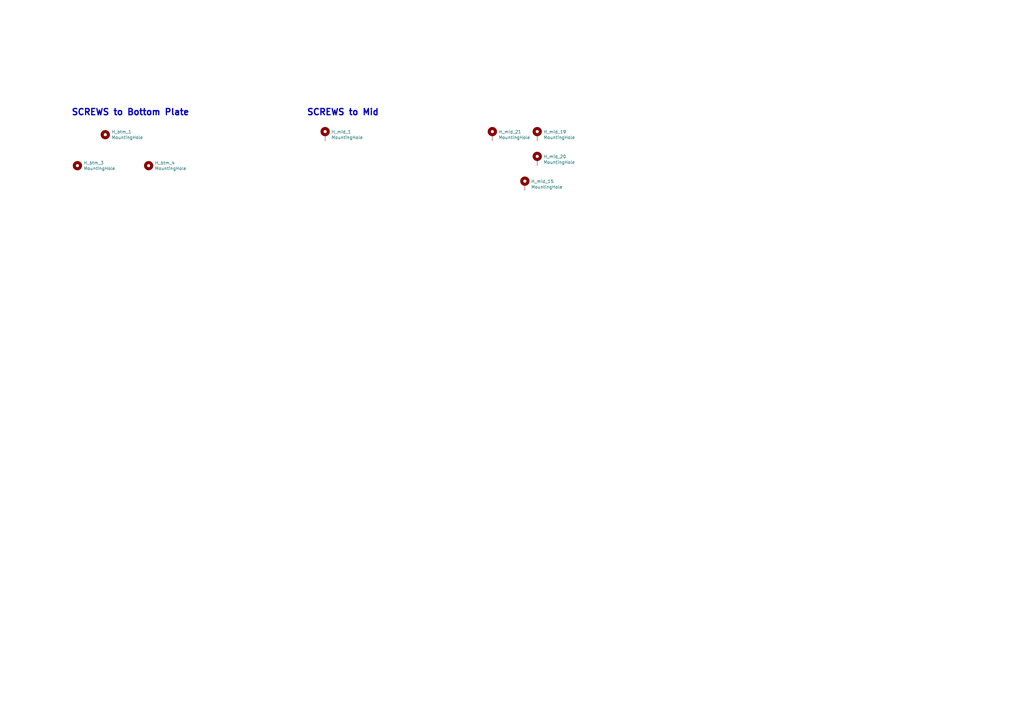
<source format=kicad_sch>
(kicad_sch (version 20231120) (generator "eeschema") (generator_version "8.0")
  (paper "A3")
  (title_block (title "Sandy") (date "2023-01-04") (rev "v.0") (company "@jpskenn"))
  (lib_symbols
    (symbol "Mechanical:MountingHole" (pin_names (offset 1.016))
      (property "Reference" "H" (at 0 5.08 0))
      (property "Value" "MountingHole" (at 0 3.175 0))
      (symbol "MountingHole_0_1"
        (circle (center 0 0) (radius 1.27) (stroke (width 1.27)))
      )
    )
    (symbol "Mechanical:MountingHole_Pad" (pin_numbers hide) (pin_names (offset 1.016) hide)
      (property "Reference" "H" (at 0 6.35 0))
      (property "Value" "MountingHole_Pad" (at 0 4.445 0))
      (symbol "MountingHole_Pad_0_1"
        (circle (center 0 1.27) (radius 1.27) (stroke (width 1.27)))
      )
      (symbol "MountingHole_Pad_1_1"
        (pin input line (at 0 -2.54 90) (length 2.54) (name "1") (number "1"))
      )
    )
  )
  (bus_alias "def-a" (members "row0" "row5" "col0" "col1"))
  (text "SCREWS to Mid" (at 125.73 47.625 0) (effects (font (size 2.54 2.54) (thickness 0.508) (bold yes)) (justify left bottom)))
  (text "SCREWS to Bottom Plate" (at 29.21 47.625 0) (effects (font (size 2.54 2.54) (thickness 0.508) (bold yes)) (justify left bottom)))
  (symbol (lib_id "Mechanical:MountingHole_Pad") (at 133.35 55.245 0) (unit 1)
    (property "Reference" "H_mid_1" (at 135.89 54.0766 0) (effects (justify left)))
    (property "Value" "MountingHole" (at 135.89 56.388 0) (effects (justify left)))
    (property "Footprint" "locallib:MountingHole_2.2mm_M2_no_REF" (effects (hide yes)))
  )
  (symbol (lib_id "Mechanical:MountingHole_Pad") (at 201.93 55.245 0) (unit 1)
    (property "Reference" "H_mid_21" (at 204.47 54.0766 0) (effects (justify left)))
    (property "Value" "MountingHole" (at 204.47 56.388 0) (effects (justify left)))
    (property "Footprint" "locallib:MountingHole_2.2mm_M2_no_REF" (effects (hide yes)))
  )
  (symbol (lib_id "Mechanical:MountingHole") (at 60.96 67.945 0) (unit 1)
    (property "Reference" "H_btm_4" (at 63.5 66.7766 0) (effects (justify left)))
    (property "Value" "MountingHole" (at 63.5 69.088 0) (effects (justify left)))
    (property "Footprint" "locallib:MountingHole_2.2mm_M2_no_REF" (effects (hide yes)))
  )
  (symbol (lib_id "Mechanical:MountingHole_Pad") (at 220.345 65.405 0) (unit 1)
    (property "Reference" "H_mid_20" (at 222.885 64.2366 0) (effects (justify left)))
    (property "Value" "MountingHole" (at 222.885 66.548 0) (effects (justify left)))
    (property "Footprint" "locallib:MountingHole_2.2mm_M2_no_REF" (effects (hide yes)))
  )
  (symbol (lib_id "Mechanical:MountingHole") (at 31.75 67.945 0) (unit 1)
    (property "Reference" "H_btm_3" (at 34.29 66.7766 0) (effects (justify left)))
    (property "Value" "MountingHole" (at 34.29 69.088 0) (effects (justify left)))
    (property "Footprint" "locallib:MountingHole_2.2mm_M2_no_REF" (effects (hide yes)))
  )
  (symbol (lib_id "Mechanical:MountingHole_Pad") (at 215.265 75.565 0) (unit 1)
    (property "Reference" "H_mid_15" (at 217.805 74.3966 0) (effects (justify left)))
    (property "Value" "MountingHole" (at 217.805 76.708 0) (effects (justify left)))
    (property "Footprint" "locallib:MountingHole_2.2mm_M2_no_REF" (effects (hide yes)))
  )
  (symbol (lib_id "Mechanical:MountingHole") (at 43.18 55.245 0) (unit 1)
    (property "Reference" "H_btm_1" (at 45.72 54.0766 0) (effects (justify left)))
    (property "Value" "MountingHole" (at 45.72 56.388 0) (effects (justify left)))
    (property "Footprint" "locallib:MountingHole_2.2mm_M2_no_REF" (effects (hide yes)))
  )
  (symbol (lib_id "Mechanical:MountingHole_Pad") (at 220.345 55.245 0) (unit 1)
    (property "Reference" "H_mid_19" (at 222.885 54.0766 0) (effects (justify left)))
    (property "Value" "MountingHole" (at 222.885 56.388 0) (effects (justify left)))
    (property "Footprint" "locallib:MountingHole_2.2mm_M2_no_REF" (effects (hide yes)))
  )
)
</source>
